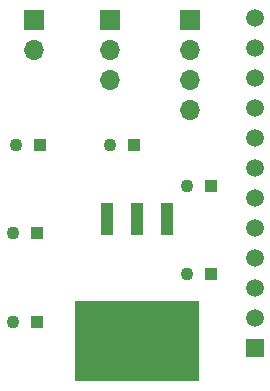
<source format=gbr>
%TF.GenerationSoftware,KiCad,Pcbnew,(6.0.5)*%
%TF.CreationDate,2023-06-19T00:58:59+02:00*%
%TF.ProjectId,PCB_Suelo,5043425f-5375-4656-9c6f-2e6b69636164,rev?*%
%TF.SameCoordinates,Original*%
%TF.FileFunction,Soldermask,Top*%
%TF.FilePolarity,Negative*%
%FSLAX46Y46*%
G04 Gerber Fmt 4.6, Leading zero omitted, Abs format (unit mm)*
G04 Created by KiCad (PCBNEW (6.0.5)) date 2023-06-19 00:58:59*
%MOMM*%
%LPD*%
G01*
G04 APERTURE LIST*
%ADD10R,1.050000X2.790000*%
%ADD11R,10.580000X6.840000*%
%ADD12R,1.508000X1.508000*%
%ADD13C,1.508000*%
%ADD14R,1.700000X1.700000*%
%ADD15O,1.700000X1.700000*%
%ADD16R,1.100000X1.100000*%
%ADD17C,1.100000*%
G04 APERTURE END LIST*
D10*
%TO.C,VR1*%
X132290000Y-56310000D03*
X129750000Y-56310000D03*
X127210000Y-56310000D03*
D11*
X129750000Y-66660000D03*
%TD*%
D12*
%TO.C,PS1*%
X139750000Y-67220000D03*
D13*
X139750000Y-64680000D03*
X139750000Y-62140000D03*
X139750000Y-59600000D03*
X139750000Y-57060000D03*
X139750000Y-54520000D03*
X139750000Y-51980000D03*
X139750000Y-49440000D03*
X139750000Y-46900000D03*
X139750000Y-44360000D03*
X139750000Y-41820000D03*
X139750000Y-39280000D03*
%TD*%
D14*
%TO.C,J3*%
X121000000Y-39460000D03*
D15*
X121000000Y-42000000D03*
%TD*%
%TO.C,J2*%
X134250000Y-47080000D03*
X134250000Y-44540000D03*
X134250000Y-42000000D03*
D14*
X134250000Y-39460000D03*
%TD*%
%TO.C,J1*%
X127500000Y-39460000D03*
D15*
X127500000Y-42000000D03*
X127500000Y-44540000D03*
%TD*%
D16*
%TO.C,C7*%
X121250000Y-65000000D03*
D17*
X119250000Y-65000000D03*
%TD*%
%TO.C,C6*%
X119250000Y-57500000D03*
D16*
X121250000Y-57500000D03*
%TD*%
D17*
%TO.C,C5*%
X119500000Y-50000000D03*
D16*
X121500000Y-50000000D03*
%TD*%
D17*
%TO.C,C4*%
X127500000Y-50000000D03*
D16*
X129500000Y-50000000D03*
%TD*%
%TO.C,C2*%
X136000000Y-61000000D03*
D17*
X134000000Y-61000000D03*
%TD*%
%TO.C,C1*%
X134000000Y-53500000D03*
D16*
X136000000Y-53500000D03*
%TD*%
M02*

</source>
